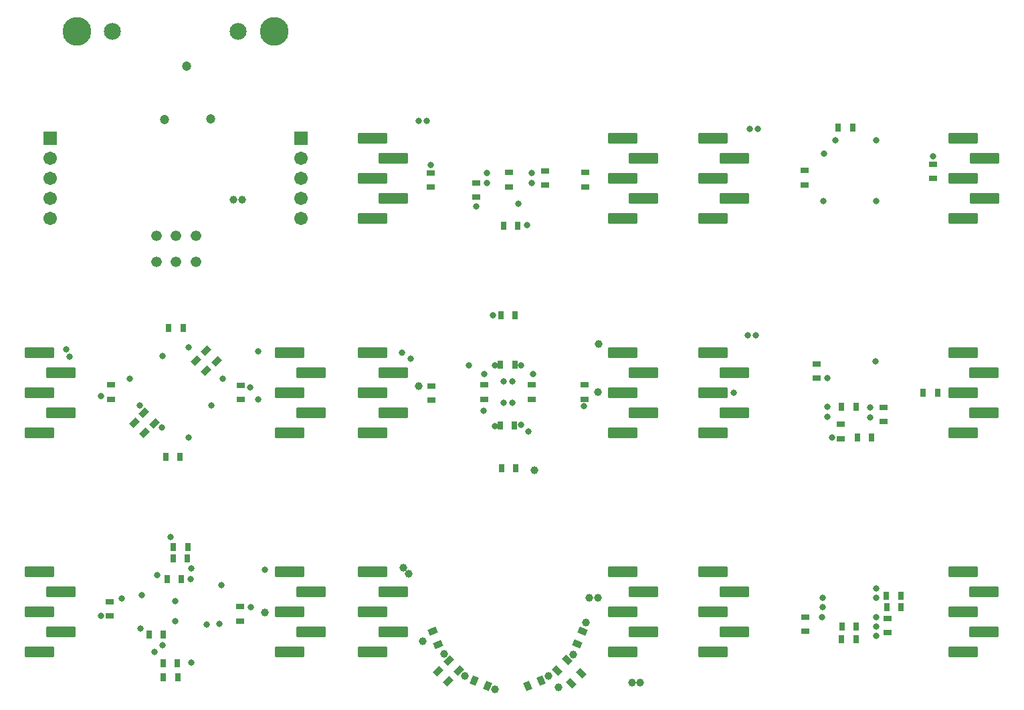
<source format=gbs>
G04*
G04 #@! TF.GenerationSoftware,Altium Limited,Altium Designer,20.0.1 (14)*
G04*
G04 Layer_Color=16711935*
%FSTAX24Y24*%
%MOIN*%
G70*
G01*
G75*
%ADD35C,0.0449*%
%ADD36C,0.0528*%
%ADD37C,0.0671*%
%ADD38R,0.0671X0.0671*%
%ADD39C,0.0316*%
%ADD40C,0.0395*%
%ADD41C,0.0843*%
%ADD42C,0.1433*%
%ADD43C,0.0474*%
G04:AMPARAMS|DCode=68|XSize=145.7mil|YSize=55.5mil|CornerRadius=5.3mil|HoleSize=0mil|Usage=FLASHONLY|Rotation=180.000|XOffset=0mil|YOffset=0mil|HoleType=Round|Shape=RoundedRectangle|*
%AMROUNDEDRECTD68*
21,1,0.1457,0.0450,0,0,180.0*
21,1,0.1352,0.0555,0,0,180.0*
1,1,0.0105,-0.0676,0.0225*
1,1,0.0105,0.0676,0.0225*
1,1,0.0105,0.0676,-0.0225*
1,1,0.0105,-0.0676,-0.0225*
%
%ADD68ROUNDEDRECTD68*%
G04:AMPARAMS|DCode=69|XSize=31.6mil|YSize=43.4mil|CornerRadius=0mil|HoleSize=0mil|Usage=FLASHONLY|Rotation=247.500|XOffset=0mil|YOffset=0mil|HoleType=Round|Shape=Rectangle|*
%AMROTATEDRECTD69*
4,1,4,-0.0140,0.0229,0.0261,0.0063,0.0140,-0.0229,-0.0261,-0.0063,-0.0140,0.0229,0.0*
%
%ADD69ROTATEDRECTD69*%

G04:AMPARAMS|DCode=70|XSize=31.6mil|YSize=43.4mil|CornerRadius=0mil|HoleSize=0mil|Usage=FLASHONLY|Rotation=45.000|XOffset=0mil|YOffset=0mil|HoleType=Round|Shape=Rectangle|*
%AMROTATEDRECTD70*
4,1,4,0.0042,-0.0265,-0.0265,0.0042,-0.0042,0.0265,0.0265,-0.0042,0.0042,-0.0265,0.0*
%
%ADD70ROTATEDRECTD70*%

G04:AMPARAMS|DCode=71|XSize=31.6mil|YSize=43.4mil|CornerRadius=0mil|HoleSize=0mil|Usage=FLASHONLY|Rotation=202.500|XOffset=0mil|YOffset=0mil|HoleType=Round|Shape=Rectangle|*
%AMROTATEDRECTD71*
4,1,4,0.0063,0.0261,0.0229,-0.0140,-0.0063,-0.0261,-0.0229,0.0140,0.0063,0.0261,0.0*
%
%ADD71ROTATEDRECTD71*%

G04:AMPARAMS|DCode=72|XSize=31.6mil|YSize=43.4mil|CornerRadius=0mil|HoleSize=0mil|Usage=FLASHONLY|Rotation=157.500|XOffset=0mil|YOffset=0mil|HoleType=Round|Shape=Rectangle|*
%AMROTATEDRECTD72*
4,1,4,0.0229,0.0140,0.0063,-0.0261,-0.0229,-0.0140,-0.0063,0.0261,0.0229,0.0140,0.0*
%
%ADD72ROTATEDRECTD72*%

G04:AMPARAMS|DCode=73|XSize=31.6mil|YSize=43.4mil|CornerRadius=0mil|HoleSize=0mil|Usage=FLASHONLY|Rotation=315.000|XOffset=0mil|YOffset=0mil|HoleType=Round|Shape=Rectangle|*
%AMROTATEDRECTD73*
4,1,4,-0.0265,-0.0042,0.0042,0.0265,0.0265,0.0042,-0.0042,-0.0265,-0.0265,-0.0042,0.0*
%
%ADD73ROTATEDRECTD73*%

G04:AMPARAMS|DCode=74|XSize=31.6mil|YSize=43.4mil|CornerRadius=0mil|HoleSize=0mil|Usage=FLASHONLY|Rotation=112.500|XOffset=0mil|YOffset=0mil|HoleType=Round|Shape=Rectangle|*
%AMROTATEDRECTD74*
4,1,4,0.0261,-0.0063,-0.0140,-0.0229,-0.0261,0.0063,0.0140,0.0229,0.0261,-0.0063,0.0*
%
%ADD74ROTATEDRECTD74*%

%ADD75R,0.0434X0.0316*%
%ADD76R,0.0316X0.0434*%
D35*
X017754Y038503D02*
D03*
D03*
D36*
X018738D02*
D03*
X019722D02*
D03*
X017754D02*
D03*
Y037204D02*
D03*
X019722D02*
D03*
X018738D02*
D03*
D37*
X012469Y039365D02*
D03*
Y040365D02*
D03*
Y041365D02*
D03*
Y042365D02*
D03*
X024949Y039361D02*
D03*
Y040361D02*
D03*
Y041361D02*
D03*
Y042361D02*
D03*
D38*
X012469Y043365D02*
D03*
X024949Y043361D02*
D03*
D39*
X020906Y019131D02*
D03*
X034616Y029013D02*
D03*
X02998Y032684D02*
D03*
X030413Y032369D02*
D03*
X013248Y032831D02*
D03*
X02315Y021837D02*
D03*
X022835Y032723D02*
D03*
X022844Y030341D02*
D03*
X039045Y030007D02*
D03*
X036526Y031601D02*
D03*
X036299Y028737D02*
D03*
X034085Y031611D02*
D03*
X034075Y02978D02*
D03*
X035925Y029081D02*
D03*
X034537Y034544D02*
D03*
X033327Y032044D02*
D03*
X035925D02*
D03*
X035049Y031237D02*
D03*
X035492Y030179D02*
D03*
X034616Y032044D02*
D03*
X035492Y031237D02*
D03*
X035049Y030179D02*
D03*
X017037Y020578D02*
D03*
X016014Y0204D02*
D03*
X018699Y020284D02*
D03*
Y019261D02*
D03*
X022467Y019977D02*
D03*
X018454Y02348D02*
D03*
X014991Y019534D02*
D03*
X019478Y021896D02*
D03*
X019468Y021375D02*
D03*
X017805Y021572D02*
D03*
X020984Y02106D02*
D03*
X016949Y018904D02*
D03*
X020246Y019105D02*
D03*
X018071Y018078D02*
D03*
X017648Y017733D02*
D03*
X019478Y017202D02*
D03*
X014978Y030491D02*
D03*
X022439Y030934D02*
D03*
X013423Y032479D02*
D03*
X02049Y030048D02*
D03*
X019348Y032952D02*
D03*
X021061Y031367D02*
D03*
X018049Y032489D02*
D03*
X016435Y031367D02*
D03*
X018039Y028946D02*
D03*
X019348Y028444D02*
D03*
X016937Y030048D02*
D03*
X050963Y02043D02*
D03*
X050963Y019957D02*
D03*
X05364Y020902D02*
D03*
Y02043D02*
D03*
Y019485D02*
D03*
Y019013D02*
D03*
X050923Y019485D02*
D03*
X051207Y029477D02*
D03*
X051435Y028422D02*
D03*
X05364Y01854D02*
D03*
X047222Y03354D02*
D03*
X047616D02*
D03*
X046514Y030666D02*
D03*
X053329Y029953D02*
D03*
X051199Y029957D02*
D03*
X0536Y032241D02*
D03*
X053325Y029446D02*
D03*
X051191Y031406D02*
D03*
X056474Y042477D02*
D03*
X047341Y04385D02*
D03*
X047734D02*
D03*
X05364Y040233D02*
D03*
Y043265D02*
D03*
X051593Y043265D02*
D03*
X051002Y040233D02*
D03*
X051041Y042595D02*
D03*
X031435Y042044D02*
D03*
X036238Y039052D02*
D03*
X036459Y041635D02*
D03*
X035805Y040115D02*
D03*
X033679Y039957D02*
D03*
X036459Y041123D02*
D03*
X03423Y041139D02*
D03*
Y04165D02*
D03*
X031222Y044249D02*
D03*
X030829D02*
D03*
D40*
X039783Y033107D02*
D03*
X039764Y030715D02*
D03*
X022017Y040294D02*
D03*
X036604Y026788D02*
D03*
X030817Y030991D02*
D03*
X023159Y019711D02*
D03*
X038541Y017615D02*
D03*
X037803Y015971D02*
D03*
X039753Y02043D02*
D03*
X039338D02*
D03*
X039171Y0192D02*
D03*
X037311Y016522D02*
D03*
X031041Y018284D02*
D03*
X033115Y016549D02*
D03*
X041454Y016217D02*
D03*
X041869D02*
D03*
X034619Y015878D02*
D03*
X032092Y017646D02*
D03*
X030343Y021631D02*
D03*
X030049Y021924D02*
D03*
X021602Y040294D02*
D03*
D41*
X021827Y048715D02*
D03*
D03*
X015567D02*
D03*
D42*
X023616D02*
D03*
D03*
X013778D02*
D03*
D43*
X01925Y046967D02*
D03*
X018148Y04429D02*
D03*
X02047Y04433D02*
D03*
D68*
X025459Y020739D02*
D03*
Y018739D02*
D03*
X024407Y017739D02*
D03*
Y019739D02*
D03*
Y021739D02*
D03*
X029565Y020739D02*
D03*
Y018739D02*
D03*
X028514Y017739D02*
D03*
Y019739D02*
D03*
Y021739D02*
D03*
X042033Y020739D02*
D03*
Y018739D02*
D03*
X040982Y017739D02*
D03*
Y019739D02*
D03*
Y021739D02*
D03*
X042033Y031676D02*
D03*
X040982Y030676D02*
D03*
Y032676D02*
D03*
X042033Y029676D02*
D03*
X040982Y028676D02*
D03*
X029565Y031676D02*
D03*
Y029676D02*
D03*
X028514Y028676D02*
D03*
Y030676D02*
D03*
Y032676D02*
D03*
X046553Y020739D02*
D03*
Y018739D02*
D03*
X045502Y017739D02*
D03*
Y019739D02*
D03*
Y021739D02*
D03*
X059008Y020739D02*
D03*
X057957Y019739D02*
D03*
Y021739D02*
D03*
X059008Y018739D02*
D03*
X057957Y017739D02*
D03*
X046553Y031676D02*
D03*
Y029676D02*
D03*
X045502Y028676D02*
D03*
Y030676D02*
D03*
Y032676D02*
D03*
X059008Y031676D02*
D03*
X057957Y030676D02*
D03*
Y032676D02*
D03*
X059008Y029676D02*
D03*
X057957Y028676D02*
D03*
X059022Y042361D02*
D03*
Y040361D02*
D03*
X05797Y039361D02*
D03*
Y041361D02*
D03*
Y043361D02*
D03*
X046553Y042361D02*
D03*
Y040361D02*
D03*
X045502Y039361D02*
D03*
Y041361D02*
D03*
Y043361D02*
D03*
X042033Y042361D02*
D03*
Y040361D02*
D03*
X040982Y039361D02*
D03*
Y041361D02*
D03*
Y043361D02*
D03*
X029565Y040361D02*
D03*
X028514Y039361D02*
D03*
Y041361D02*
D03*
Y043361D02*
D03*
X029565Y042361D02*
D03*
X01299Y031668D02*
D03*
Y029668D02*
D03*
X011939Y028668D02*
D03*
Y030668D02*
D03*
Y032668D02*
D03*
X025459Y031676D02*
D03*
X024407Y030676D02*
D03*
Y032676D02*
D03*
X025459Y029676D02*
D03*
X024407Y028676D02*
D03*
X01299Y020739D02*
D03*
Y018739D02*
D03*
X011939Y017739D02*
D03*
Y019739D02*
D03*
Y021739D02*
D03*
D69*
X038726Y018124D02*
D03*
X039Y018785D02*
D03*
D70*
X038917Y016672D02*
D03*
X038412Y016167D02*
D03*
X038238Y017322D02*
D03*
X037733Y016816D02*
D03*
D71*
X036275Y016029D02*
D03*
X036936Y016302D02*
D03*
D72*
X033608Y016308D02*
D03*
X034268Y016034D02*
D03*
D73*
X032825Y016796D02*
D03*
X032319Y017301D02*
D03*
X020242Y032757D02*
D03*
X020748Y032251D02*
D03*
X01973Y032275D02*
D03*
X020236Y031769D02*
D03*
X017165Y028678D02*
D03*
X01666Y029183D02*
D03*
X017648Y02915D02*
D03*
X017142Y029656D02*
D03*
X031788Y01676D02*
D03*
X032293Y016255D02*
D03*
D74*
X031532Y018779D02*
D03*
X031805Y018118D02*
D03*
D75*
X039112Y041661D02*
D03*
X039112Y040946D02*
D03*
X031435Y040931D02*
D03*
X031435Y041646D02*
D03*
X033679Y041149D02*
D03*
X033679Y040434D02*
D03*
X037144Y04174D02*
D03*
X037144Y041025D02*
D03*
X035333Y041661D02*
D03*
X035333Y040946D02*
D03*
X039094Y03035D02*
D03*
X039094Y031065D02*
D03*
X036447Y03035D02*
D03*
X036447Y031065D02*
D03*
X034094Y03035D02*
D03*
X034094Y031065D02*
D03*
X031447Y031011D02*
D03*
X031447Y030296D02*
D03*
X054191Y018687D02*
D03*
X054191Y019402D02*
D03*
X050096Y018766D02*
D03*
X050096Y019481D02*
D03*
X053994Y029238D02*
D03*
X053994Y029953D02*
D03*
X051868Y028372D02*
D03*
X051868Y029087D02*
D03*
X050648Y031404D02*
D03*
X050648Y032119D02*
D03*
X050057Y041049D02*
D03*
X050057Y041764D02*
D03*
X021976Y030333D02*
D03*
X021976Y031048D02*
D03*
X056474Y042079D02*
D03*
X056474Y041364D02*
D03*
X021919Y019283D02*
D03*
X021919Y019998D02*
D03*
X015413Y020248D02*
D03*
X015413Y019534D02*
D03*
X01551Y030348D02*
D03*
X01551Y031063D02*
D03*
D76*
X035047Y039013D02*
D03*
X035761Y039013D02*
D03*
X03567Y026896D02*
D03*
X034955Y026896D02*
D03*
X034881Y029022D02*
D03*
X035596Y029022D02*
D03*
X034911Y032064D02*
D03*
X035626Y032064D02*
D03*
X03564Y034534D02*
D03*
X034926Y034534D02*
D03*
X019083Y033916D02*
D03*
X018368Y033916D02*
D03*
X018216Y027479D02*
D03*
X018931Y027479D02*
D03*
X054871Y019957D02*
D03*
X054156Y019957D02*
D03*
X054141Y020548D02*
D03*
X054856Y020548D02*
D03*
X051897Y018383D02*
D03*
X052612Y018383D02*
D03*
X052627Y019013D02*
D03*
X051912Y019013D02*
D03*
X056682Y030666D02*
D03*
X055967Y030666D02*
D03*
X052684Y028422D02*
D03*
X053399Y028422D02*
D03*
X051897Y029958D02*
D03*
X052612Y029957D02*
D03*
X051739Y043895D02*
D03*
X052454Y043894D02*
D03*
X018597Y022969D02*
D03*
X019312Y022969D02*
D03*
X019307Y022389D02*
D03*
X018592Y022389D02*
D03*
X019011Y021375D02*
D03*
X018297Y021375D02*
D03*
X017386Y018589D02*
D03*
X018101Y018589D02*
D03*
X018815Y016473D02*
D03*
X0181Y016473D02*
D03*
X018095Y017162D02*
D03*
X01881Y017162D02*
D03*
M02*

</source>
